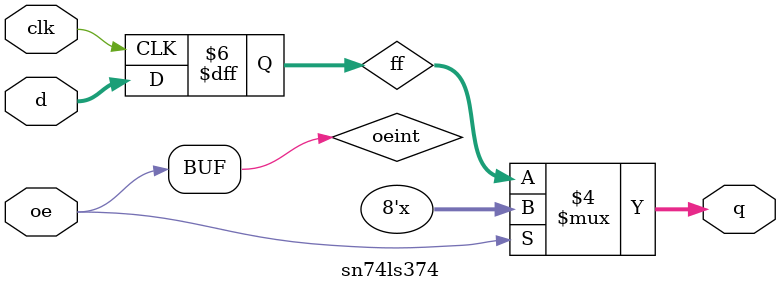
<source format=v>
module sn74ls374(q, d, clk, oe);
input [7:0] d;
input clk, oe;
reg [7:0] ff;
output [7:0] q;
wire oeint;

parameter
	// TI TTL data book Vol 1, 1985
	tPZH_min=0, tPZH_typ=15, tPZH_max=28,
	tPZL_min=0, tPZL_typ=25, tPZL_max=36;

initial
begin
	ff <= 8'bxxxxxxxx;
end

always @(posedge clk)
begin
	if (clk==1)
		ff <= d;
end

assign #(tPZH_min:tPZH_typ:tPZH_max, tPZL_min:tPZL_typ:tPZL_max)
	oeint = oe;

assign q = oeint==0 ? ff : 8'bzzzzzzzz;
endmodule

</source>
